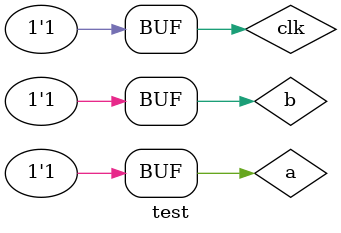
<source format=v>
module test();
// 	reg clk = 0;
// 	wire [4:0] pcOut, pcOut2, out;
// 	reg [4:0] pcIn, pcIn2;
// 	wire rst;
// 	assign  rst = 0;
// 	initial repeat (10) #40 clk = ~clk;
// 	initial begin
// 		#30
// 		pcIn = 5'd5;
// 		#50
// 		pcIn = 5'd7;
// 		#100
// 		pcIn2 = 5'd10;
// 	end
// register #(.size(5)) pc(
// 		.clock(clk),
// 		.reset(rst),
// 		.regIn(pcIn),
// 		.regOut(pcOut)
// 	);
	
// register #(.size(5)) pc2(
// 		.clock(clk),
// 		.reset(rst),
// 		.regIn(pcOut),
// 		.regOut(pcOut2)
// 	);

// assign  out = pcOut + pcOut2;
	
	reg a, b;
	wire out;
	reg clk = 1;
	OR x(a, b, out);
	initial repeat (10) #40 clk = ~clk;
	initial begin
		#30
		a = 1;
		b = 0;
		#10
		a = 0;
		#10 
		b = 1;
		#10
		a  = 1;
	end

endmodule
</source>
